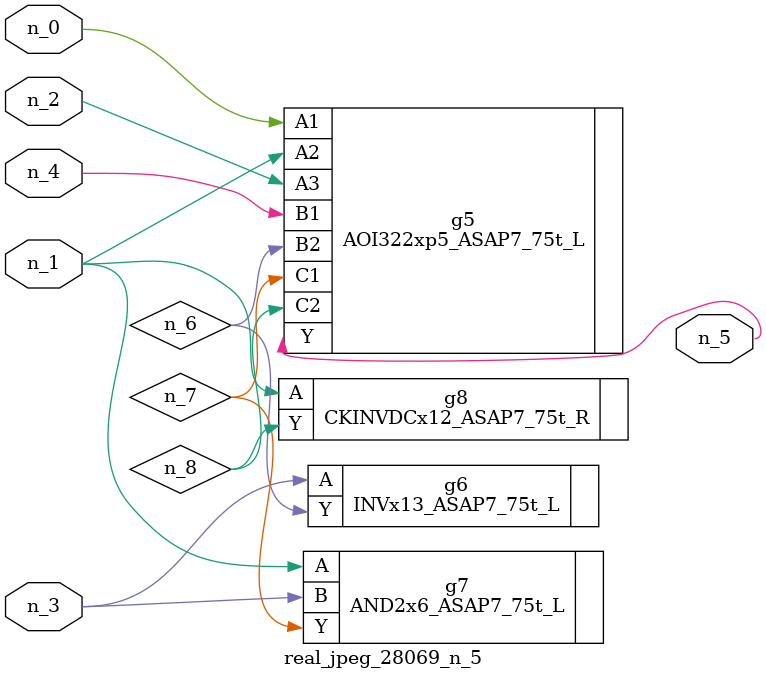
<source format=v>
module real_jpeg_28069_n_5 (n_4, n_0, n_1, n_2, n_3, n_5);

input n_4;
input n_0;
input n_1;
input n_2;
input n_3;

output n_5;

wire n_8;
wire n_6;
wire n_7;

AOI322xp5_ASAP7_75t_L g5 ( 
.A1(n_0),
.A2(n_1),
.A3(n_2),
.B1(n_4),
.B2(n_6),
.C1(n_7),
.C2(n_8),
.Y(n_5)
);

AND2x6_ASAP7_75t_L g7 ( 
.A(n_1),
.B(n_3),
.Y(n_7)
);

CKINVDCx12_ASAP7_75t_R g8 ( 
.A(n_1),
.Y(n_8)
);

INVx13_ASAP7_75t_L g6 ( 
.A(n_3),
.Y(n_6)
);


endmodule
</source>
